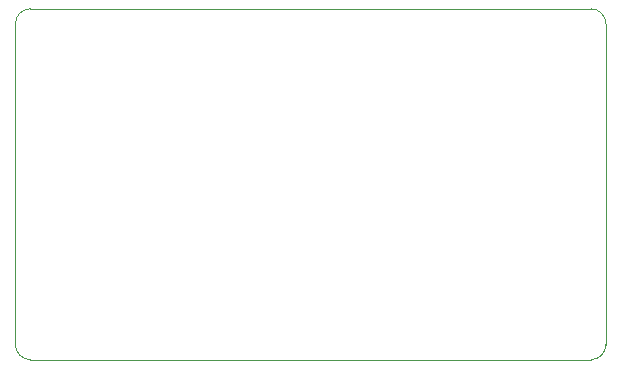
<source format=gbr>
%TF.GenerationSoftware,KiCad,Pcbnew,7.0.5-0*%
%TF.CreationDate,2023-06-19T10:32:09+08:00*%
%TF.ProjectId,slimarm_carambola,736c696d-6172-46d5-9f63-6172616d626f,rev?*%
%TF.SameCoordinates,Original*%
%TF.FileFunction,Profile,NP*%
%FSLAX46Y46*%
G04 Gerber Fmt 4.6, Leading zero omitted, Abs format (unit mm)*
G04 Created by KiCad (PCBNEW 7.0.5-0) date 2023-06-19 10:32:09*
%MOMM*%
%LPD*%
G01*
G04 APERTURE LIST*
%TA.AperFunction,Profile*%
%ADD10C,0.100000*%
%TD*%
G04 APERTURE END LIST*
D10*
X16270000Y-12480000D02*
G75*
G03*
X15000000Y-13750000I0J-1270000D01*
G01*
X65000000Y-13750000D02*
X65000000Y-40910000D01*
X15000000Y-40910000D02*
X15000000Y-13750000D01*
X63730000Y-42180000D02*
G75*
G03*
X65000000Y-40910000I0J1270000D01*
G01*
X15000000Y-40910000D02*
G75*
G03*
X16270000Y-42180000I1270000J0D01*
G01*
X65000000Y-13750000D02*
G75*
G03*
X63730000Y-12480000I-1270000J0D01*
G01*
X63730000Y-42180000D02*
X16270000Y-42180000D01*
X16270000Y-12480000D02*
X63730000Y-12480000D01*
M02*

</source>
